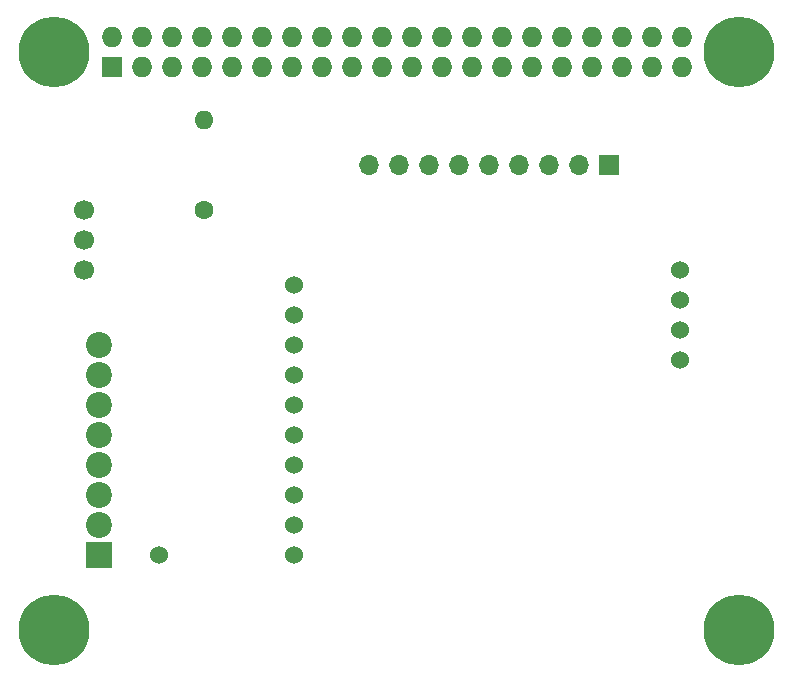
<source format=gbr>
%TF.GenerationSoftware,KiCad,Pcbnew,5.1.8-db9833491~88~ubuntu20.04.1*%
%TF.CreationDate,2020-12-14T14:43:52+01:00*%
%TF.ProjectId,carGpsHat,63617247-7073-4486-9174-2e6b69636164,rev?*%
%TF.SameCoordinates,Original*%
%TF.FileFunction,Soldermask,Bot*%
%TF.FilePolarity,Negative*%
%FSLAX46Y46*%
G04 Gerber Fmt 4.6, Leading zero omitted, Abs format (unit mm)*
G04 Created by KiCad (PCBNEW 5.1.8-db9833491~88~ubuntu20.04.1) date 2020-12-14 14:43:52*
%MOMM*%
%LPD*%
G01*
G04 APERTURE LIST*
%ADD10C,1.524000*%
%ADD11C,2.200000*%
%ADD12R,2.200000X2.200000*%
%ADD13O,1.700000X1.700000*%
%ADD14R,1.700000X1.700000*%
%ADD15R,1.727200X1.727200*%
%ADD16O,1.727200X1.727200*%
%ADD17C,6.000000*%
%ADD18C,1.700000*%
%ADD19C,1.600000*%
%ADD20O,1.600000X1.600000*%
G04 APERTURE END LIST*
D10*
%TO.C,Si470x1*%
X123190000Y-113030000D03*
X134620000Y-113030000D03*
X134620000Y-110490000D03*
X134620000Y-107950000D03*
X134620000Y-105410000D03*
X134620000Y-102870000D03*
X134620000Y-100330000D03*
X134620000Y-97790000D03*
X134620000Y-95250000D03*
X134620000Y-92710000D03*
X134620000Y-90170000D03*
%TD*%
D11*
%TO.C,P3*%
X118110000Y-95250000D03*
X118110000Y-97790000D03*
X118110000Y-100330000D03*
X118110000Y-102870000D03*
X118110000Y-105410000D03*
X118110000Y-107950000D03*
X118110000Y-110490000D03*
D12*
X118110000Y-113030000D03*
%TD*%
D13*
%TO.C,U1*%
X146050000Y-80010000D03*
X148590000Y-80010000D03*
X143510000Y-80010000D03*
X151130000Y-80010000D03*
X153670000Y-80010000D03*
X156210000Y-80010000D03*
X158750000Y-80010000D03*
D14*
X161290000Y-80010000D03*
D13*
X140970000Y-80010000D03*
%TD*%
D15*
%TO.C,P2*%
X119170000Y-71650000D03*
D16*
X119170000Y-69110000D03*
X121710000Y-71650000D03*
X121710000Y-69110000D03*
X124250000Y-71650000D03*
X124250000Y-69110000D03*
X126790000Y-71650000D03*
X126790000Y-69110000D03*
X129330000Y-71650000D03*
X129330000Y-69110000D03*
X131870000Y-71650000D03*
X131870000Y-69110000D03*
X134410000Y-71650000D03*
X134410000Y-69110000D03*
X136950000Y-71650000D03*
X136950000Y-69110000D03*
X139490000Y-71650000D03*
X139490000Y-69110000D03*
X142030000Y-71650000D03*
X142030000Y-69110000D03*
X144570000Y-71650000D03*
X144570000Y-69110000D03*
X147110000Y-71650000D03*
X147110000Y-69110000D03*
X149650000Y-71650000D03*
X149650000Y-69110000D03*
X152190000Y-71650000D03*
X152190000Y-69110000D03*
X154730000Y-71650000D03*
X154730000Y-69110000D03*
X157270000Y-71650000D03*
X157270000Y-69110000D03*
X159810000Y-71650000D03*
X159810000Y-69110000D03*
X162350000Y-71650000D03*
X162350000Y-69110000D03*
X164890000Y-71650000D03*
X164890000Y-69110000D03*
X167430000Y-71650000D03*
X167430000Y-69110000D03*
D17*
X114300000Y-70380000D03*
X172300000Y-70380000D03*
X114300000Y-119380000D03*
X172300000Y-119380000D03*
%TD*%
D18*
%TO.C,P1*%
X116840000Y-88900000D03*
X116840000Y-86360000D03*
X116840000Y-83820000D03*
%TD*%
D19*
%TO.C,R1*%
X127000000Y-83820000D03*
D20*
X127000000Y-76200000D03*
%TD*%
D10*
%TO.C,U2*%
X167240000Y-88900000D03*
X167240000Y-91440000D03*
X167240000Y-93980000D03*
X167240000Y-96520000D03*
%TD*%
M02*

</source>
